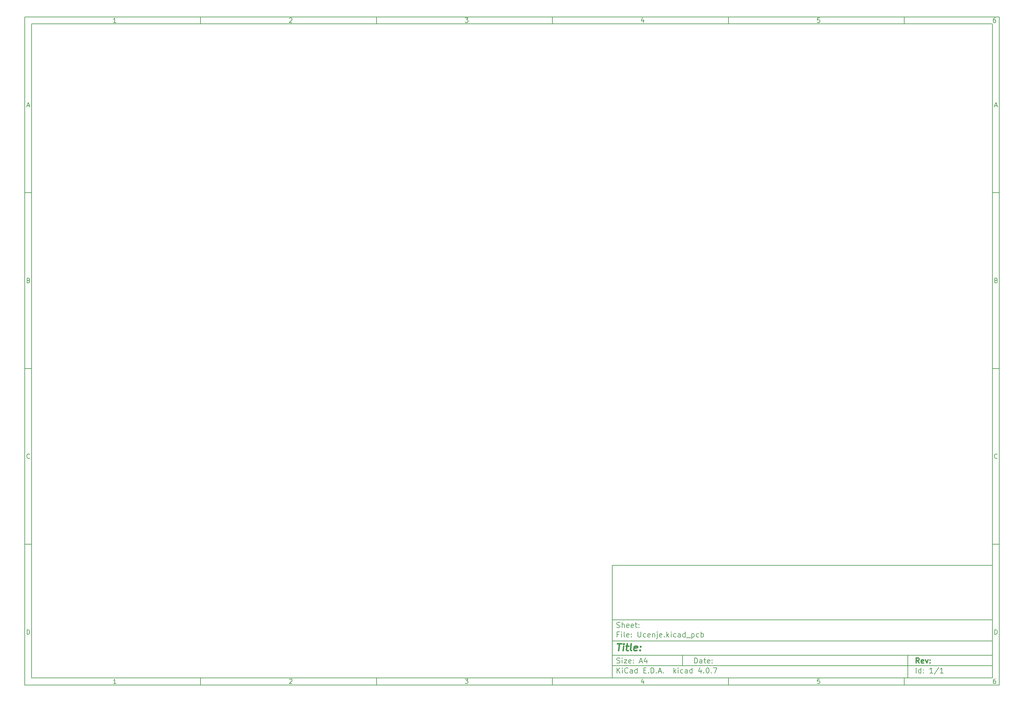
<source format=gbr>
G04 #@! TF.FileFunction,Other,Fab,Bot*
%FSLAX46Y46*%
G04 Gerber Fmt 4.6, Leading zero omitted, Abs format (unit mm)*
G04 Created by KiCad (PCBNEW 4.0.7) date 05/09/18 13:26:44*
%MOMM*%
%LPD*%
G01*
G04 APERTURE LIST*
%ADD10C,0.100000*%
%ADD11C,0.150000*%
%ADD12C,0.300000*%
%ADD13C,0.400000*%
G04 APERTURE END LIST*
D10*
D11*
X177002200Y-166007200D02*
X177002200Y-198007200D01*
X285002200Y-198007200D01*
X285002200Y-166007200D01*
X177002200Y-166007200D01*
D10*
D11*
X10000000Y-10000000D02*
X10000000Y-200007200D01*
X287002200Y-200007200D01*
X287002200Y-10000000D01*
X10000000Y-10000000D01*
D10*
D11*
X12000000Y-12000000D02*
X12000000Y-198007200D01*
X285002200Y-198007200D01*
X285002200Y-12000000D01*
X12000000Y-12000000D01*
D10*
D11*
X60000000Y-12000000D02*
X60000000Y-10000000D01*
D10*
D11*
X110000000Y-12000000D02*
X110000000Y-10000000D01*
D10*
D11*
X160000000Y-12000000D02*
X160000000Y-10000000D01*
D10*
D11*
X210000000Y-12000000D02*
X210000000Y-10000000D01*
D10*
D11*
X260000000Y-12000000D02*
X260000000Y-10000000D01*
D10*
D11*
X35990476Y-11588095D02*
X35247619Y-11588095D01*
X35619048Y-11588095D02*
X35619048Y-10288095D01*
X35495238Y-10473810D01*
X35371429Y-10597619D01*
X35247619Y-10659524D01*
D10*
D11*
X85247619Y-10411905D02*
X85309524Y-10350000D01*
X85433333Y-10288095D01*
X85742857Y-10288095D01*
X85866667Y-10350000D01*
X85928571Y-10411905D01*
X85990476Y-10535714D01*
X85990476Y-10659524D01*
X85928571Y-10845238D01*
X85185714Y-11588095D01*
X85990476Y-11588095D01*
D10*
D11*
X135185714Y-10288095D02*
X135990476Y-10288095D01*
X135557143Y-10783333D01*
X135742857Y-10783333D01*
X135866667Y-10845238D01*
X135928571Y-10907143D01*
X135990476Y-11030952D01*
X135990476Y-11340476D01*
X135928571Y-11464286D01*
X135866667Y-11526190D01*
X135742857Y-11588095D01*
X135371429Y-11588095D01*
X135247619Y-11526190D01*
X135185714Y-11464286D01*
D10*
D11*
X185866667Y-10721429D02*
X185866667Y-11588095D01*
X185557143Y-10226190D02*
X185247619Y-11154762D01*
X186052381Y-11154762D01*
D10*
D11*
X235928571Y-10288095D02*
X235309524Y-10288095D01*
X235247619Y-10907143D01*
X235309524Y-10845238D01*
X235433333Y-10783333D01*
X235742857Y-10783333D01*
X235866667Y-10845238D01*
X235928571Y-10907143D01*
X235990476Y-11030952D01*
X235990476Y-11340476D01*
X235928571Y-11464286D01*
X235866667Y-11526190D01*
X235742857Y-11588095D01*
X235433333Y-11588095D01*
X235309524Y-11526190D01*
X235247619Y-11464286D01*
D10*
D11*
X285866667Y-10288095D02*
X285619048Y-10288095D01*
X285495238Y-10350000D01*
X285433333Y-10411905D01*
X285309524Y-10597619D01*
X285247619Y-10845238D01*
X285247619Y-11340476D01*
X285309524Y-11464286D01*
X285371429Y-11526190D01*
X285495238Y-11588095D01*
X285742857Y-11588095D01*
X285866667Y-11526190D01*
X285928571Y-11464286D01*
X285990476Y-11340476D01*
X285990476Y-11030952D01*
X285928571Y-10907143D01*
X285866667Y-10845238D01*
X285742857Y-10783333D01*
X285495238Y-10783333D01*
X285371429Y-10845238D01*
X285309524Y-10907143D01*
X285247619Y-11030952D01*
D10*
D11*
X60000000Y-198007200D02*
X60000000Y-200007200D01*
D10*
D11*
X110000000Y-198007200D02*
X110000000Y-200007200D01*
D10*
D11*
X160000000Y-198007200D02*
X160000000Y-200007200D01*
D10*
D11*
X210000000Y-198007200D02*
X210000000Y-200007200D01*
D10*
D11*
X260000000Y-198007200D02*
X260000000Y-200007200D01*
D10*
D11*
X35990476Y-199595295D02*
X35247619Y-199595295D01*
X35619048Y-199595295D02*
X35619048Y-198295295D01*
X35495238Y-198481010D01*
X35371429Y-198604819D01*
X35247619Y-198666724D01*
D10*
D11*
X85247619Y-198419105D02*
X85309524Y-198357200D01*
X85433333Y-198295295D01*
X85742857Y-198295295D01*
X85866667Y-198357200D01*
X85928571Y-198419105D01*
X85990476Y-198542914D01*
X85990476Y-198666724D01*
X85928571Y-198852438D01*
X85185714Y-199595295D01*
X85990476Y-199595295D01*
D10*
D11*
X135185714Y-198295295D02*
X135990476Y-198295295D01*
X135557143Y-198790533D01*
X135742857Y-198790533D01*
X135866667Y-198852438D01*
X135928571Y-198914343D01*
X135990476Y-199038152D01*
X135990476Y-199347676D01*
X135928571Y-199471486D01*
X135866667Y-199533390D01*
X135742857Y-199595295D01*
X135371429Y-199595295D01*
X135247619Y-199533390D01*
X135185714Y-199471486D01*
D10*
D11*
X185866667Y-198728629D02*
X185866667Y-199595295D01*
X185557143Y-198233390D02*
X185247619Y-199161962D01*
X186052381Y-199161962D01*
D10*
D11*
X235928571Y-198295295D02*
X235309524Y-198295295D01*
X235247619Y-198914343D01*
X235309524Y-198852438D01*
X235433333Y-198790533D01*
X235742857Y-198790533D01*
X235866667Y-198852438D01*
X235928571Y-198914343D01*
X235990476Y-199038152D01*
X235990476Y-199347676D01*
X235928571Y-199471486D01*
X235866667Y-199533390D01*
X235742857Y-199595295D01*
X235433333Y-199595295D01*
X235309524Y-199533390D01*
X235247619Y-199471486D01*
D10*
D11*
X285866667Y-198295295D02*
X285619048Y-198295295D01*
X285495238Y-198357200D01*
X285433333Y-198419105D01*
X285309524Y-198604819D01*
X285247619Y-198852438D01*
X285247619Y-199347676D01*
X285309524Y-199471486D01*
X285371429Y-199533390D01*
X285495238Y-199595295D01*
X285742857Y-199595295D01*
X285866667Y-199533390D01*
X285928571Y-199471486D01*
X285990476Y-199347676D01*
X285990476Y-199038152D01*
X285928571Y-198914343D01*
X285866667Y-198852438D01*
X285742857Y-198790533D01*
X285495238Y-198790533D01*
X285371429Y-198852438D01*
X285309524Y-198914343D01*
X285247619Y-199038152D01*
D10*
D11*
X10000000Y-60000000D02*
X12000000Y-60000000D01*
D10*
D11*
X10000000Y-110000000D02*
X12000000Y-110000000D01*
D10*
D11*
X10000000Y-160000000D02*
X12000000Y-160000000D01*
D10*
D11*
X10690476Y-35216667D02*
X11309524Y-35216667D01*
X10566667Y-35588095D02*
X11000000Y-34288095D01*
X11433333Y-35588095D01*
D10*
D11*
X11092857Y-84907143D02*
X11278571Y-84969048D01*
X11340476Y-85030952D01*
X11402381Y-85154762D01*
X11402381Y-85340476D01*
X11340476Y-85464286D01*
X11278571Y-85526190D01*
X11154762Y-85588095D01*
X10659524Y-85588095D01*
X10659524Y-84288095D01*
X11092857Y-84288095D01*
X11216667Y-84350000D01*
X11278571Y-84411905D01*
X11340476Y-84535714D01*
X11340476Y-84659524D01*
X11278571Y-84783333D01*
X11216667Y-84845238D01*
X11092857Y-84907143D01*
X10659524Y-84907143D01*
D10*
D11*
X11402381Y-135464286D02*
X11340476Y-135526190D01*
X11154762Y-135588095D01*
X11030952Y-135588095D01*
X10845238Y-135526190D01*
X10721429Y-135402381D01*
X10659524Y-135278571D01*
X10597619Y-135030952D01*
X10597619Y-134845238D01*
X10659524Y-134597619D01*
X10721429Y-134473810D01*
X10845238Y-134350000D01*
X11030952Y-134288095D01*
X11154762Y-134288095D01*
X11340476Y-134350000D01*
X11402381Y-134411905D01*
D10*
D11*
X10659524Y-185588095D02*
X10659524Y-184288095D01*
X10969048Y-184288095D01*
X11154762Y-184350000D01*
X11278571Y-184473810D01*
X11340476Y-184597619D01*
X11402381Y-184845238D01*
X11402381Y-185030952D01*
X11340476Y-185278571D01*
X11278571Y-185402381D01*
X11154762Y-185526190D01*
X10969048Y-185588095D01*
X10659524Y-185588095D01*
D10*
D11*
X287002200Y-60000000D02*
X285002200Y-60000000D01*
D10*
D11*
X287002200Y-110000000D02*
X285002200Y-110000000D01*
D10*
D11*
X287002200Y-160000000D02*
X285002200Y-160000000D01*
D10*
D11*
X285692676Y-35216667D02*
X286311724Y-35216667D01*
X285568867Y-35588095D02*
X286002200Y-34288095D01*
X286435533Y-35588095D01*
D10*
D11*
X286095057Y-84907143D02*
X286280771Y-84969048D01*
X286342676Y-85030952D01*
X286404581Y-85154762D01*
X286404581Y-85340476D01*
X286342676Y-85464286D01*
X286280771Y-85526190D01*
X286156962Y-85588095D01*
X285661724Y-85588095D01*
X285661724Y-84288095D01*
X286095057Y-84288095D01*
X286218867Y-84350000D01*
X286280771Y-84411905D01*
X286342676Y-84535714D01*
X286342676Y-84659524D01*
X286280771Y-84783333D01*
X286218867Y-84845238D01*
X286095057Y-84907143D01*
X285661724Y-84907143D01*
D10*
D11*
X286404581Y-135464286D02*
X286342676Y-135526190D01*
X286156962Y-135588095D01*
X286033152Y-135588095D01*
X285847438Y-135526190D01*
X285723629Y-135402381D01*
X285661724Y-135278571D01*
X285599819Y-135030952D01*
X285599819Y-134845238D01*
X285661724Y-134597619D01*
X285723629Y-134473810D01*
X285847438Y-134350000D01*
X286033152Y-134288095D01*
X286156962Y-134288095D01*
X286342676Y-134350000D01*
X286404581Y-134411905D01*
D10*
D11*
X285661724Y-185588095D02*
X285661724Y-184288095D01*
X285971248Y-184288095D01*
X286156962Y-184350000D01*
X286280771Y-184473810D01*
X286342676Y-184597619D01*
X286404581Y-184845238D01*
X286404581Y-185030952D01*
X286342676Y-185278571D01*
X286280771Y-185402381D01*
X286156962Y-185526190D01*
X285971248Y-185588095D01*
X285661724Y-185588095D01*
D10*
D11*
X200359343Y-193785771D02*
X200359343Y-192285771D01*
X200716486Y-192285771D01*
X200930771Y-192357200D01*
X201073629Y-192500057D01*
X201145057Y-192642914D01*
X201216486Y-192928629D01*
X201216486Y-193142914D01*
X201145057Y-193428629D01*
X201073629Y-193571486D01*
X200930771Y-193714343D01*
X200716486Y-193785771D01*
X200359343Y-193785771D01*
X202502200Y-193785771D02*
X202502200Y-193000057D01*
X202430771Y-192857200D01*
X202287914Y-192785771D01*
X202002200Y-192785771D01*
X201859343Y-192857200D01*
X202502200Y-193714343D02*
X202359343Y-193785771D01*
X202002200Y-193785771D01*
X201859343Y-193714343D01*
X201787914Y-193571486D01*
X201787914Y-193428629D01*
X201859343Y-193285771D01*
X202002200Y-193214343D01*
X202359343Y-193214343D01*
X202502200Y-193142914D01*
X203002200Y-192785771D02*
X203573629Y-192785771D01*
X203216486Y-192285771D02*
X203216486Y-193571486D01*
X203287914Y-193714343D01*
X203430772Y-193785771D01*
X203573629Y-193785771D01*
X204645057Y-193714343D02*
X204502200Y-193785771D01*
X204216486Y-193785771D01*
X204073629Y-193714343D01*
X204002200Y-193571486D01*
X204002200Y-193000057D01*
X204073629Y-192857200D01*
X204216486Y-192785771D01*
X204502200Y-192785771D01*
X204645057Y-192857200D01*
X204716486Y-193000057D01*
X204716486Y-193142914D01*
X204002200Y-193285771D01*
X205359343Y-193642914D02*
X205430771Y-193714343D01*
X205359343Y-193785771D01*
X205287914Y-193714343D01*
X205359343Y-193642914D01*
X205359343Y-193785771D01*
X205359343Y-192857200D02*
X205430771Y-192928629D01*
X205359343Y-193000057D01*
X205287914Y-192928629D01*
X205359343Y-192857200D01*
X205359343Y-193000057D01*
D10*
D11*
X177002200Y-194507200D02*
X285002200Y-194507200D01*
D10*
D11*
X178359343Y-196585771D02*
X178359343Y-195085771D01*
X179216486Y-196585771D02*
X178573629Y-195728629D01*
X179216486Y-195085771D02*
X178359343Y-195942914D01*
X179859343Y-196585771D02*
X179859343Y-195585771D01*
X179859343Y-195085771D02*
X179787914Y-195157200D01*
X179859343Y-195228629D01*
X179930771Y-195157200D01*
X179859343Y-195085771D01*
X179859343Y-195228629D01*
X181430772Y-196442914D02*
X181359343Y-196514343D01*
X181145057Y-196585771D01*
X181002200Y-196585771D01*
X180787915Y-196514343D01*
X180645057Y-196371486D01*
X180573629Y-196228629D01*
X180502200Y-195942914D01*
X180502200Y-195728629D01*
X180573629Y-195442914D01*
X180645057Y-195300057D01*
X180787915Y-195157200D01*
X181002200Y-195085771D01*
X181145057Y-195085771D01*
X181359343Y-195157200D01*
X181430772Y-195228629D01*
X182716486Y-196585771D02*
X182716486Y-195800057D01*
X182645057Y-195657200D01*
X182502200Y-195585771D01*
X182216486Y-195585771D01*
X182073629Y-195657200D01*
X182716486Y-196514343D02*
X182573629Y-196585771D01*
X182216486Y-196585771D01*
X182073629Y-196514343D01*
X182002200Y-196371486D01*
X182002200Y-196228629D01*
X182073629Y-196085771D01*
X182216486Y-196014343D01*
X182573629Y-196014343D01*
X182716486Y-195942914D01*
X184073629Y-196585771D02*
X184073629Y-195085771D01*
X184073629Y-196514343D02*
X183930772Y-196585771D01*
X183645058Y-196585771D01*
X183502200Y-196514343D01*
X183430772Y-196442914D01*
X183359343Y-196300057D01*
X183359343Y-195871486D01*
X183430772Y-195728629D01*
X183502200Y-195657200D01*
X183645058Y-195585771D01*
X183930772Y-195585771D01*
X184073629Y-195657200D01*
X185930772Y-195800057D02*
X186430772Y-195800057D01*
X186645058Y-196585771D02*
X185930772Y-196585771D01*
X185930772Y-195085771D01*
X186645058Y-195085771D01*
X187287915Y-196442914D02*
X187359343Y-196514343D01*
X187287915Y-196585771D01*
X187216486Y-196514343D01*
X187287915Y-196442914D01*
X187287915Y-196585771D01*
X188002201Y-196585771D02*
X188002201Y-195085771D01*
X188359344Y-195085771D01*
X188573629Y-195157200D01*
X188716487Y-195300057D01*
X188787915Y-195442914D01*
X188859344Y-195728629D01*
X188859344Y-195942914D01*
X188787915Y-196228629D01*
X188716487Y-196371486D01*
X188573629Y-196514343D01*
X188359344Y-196585771D01*
X188002201Y-196585771D01*
X189502201Y-196442914D02*
X189573629Y-196514343D01*
X189502201Y-196585771D01*
X189430772Y-196514343D01*
X189502201Y-196442914D01*
X189502201Y-196585771D01*
X190145058Y-196157200D02*
X190859344Y-196157200D01*
X190002201Y-196585771D02*
X190502201Y-195085771D01*
X191002201Y-196585771D01*
X191502201Y-196442914D02*
X191573629Y-196514343D01*
X191502201Y-196585771D01*
X191430772Y-196514343D01*
X191502201Y-196442914D01*
X191502201Y-196585771D01*
X194502201Y-196585771D02*
X194502201Y-195085771D01*
X194645058Y-196014343D02*
X195073629Y-196585771D01*
X195073629Y-195585771D02*
X194502201Y-196157200D01*
X195716487Y-196585771D02*
X195716487Y-195585771D01*
X195716487Y-195085771D02*
X195645058Y-195157200D01*
X195716487Y-195228629D01*
X195787915Y-195157200D01*
X195716487Y-195085771D01*
X195716487Y-195228629D01*
X197073630Y-196514343D02*
X196930773Y-196585771D01*
X196645059Y-196585771D01*
X196502201Y-196514343D01*
X196430773Y-196442914D01*
X196359344Y-196300057D01*
X196359344Y-195871486D01*
X196430773Y-195728629D01*
X196502201Y-195657200D01*
X196645059Y-195585771D01*
X196930773Y-195585771D01*
X197073630Y-195657200D01*
X198359344Y-196585771D02*
X198359344Y-195800057D01*
X198287915Y-195657200D01*
X198145058Y-195585771D01*
X197859344Y-195585771D01*
X197716487Y-195657200D01*
X198359344Y-196514343D02*
X198216487Y-196585771D01*
X197859344Y-196585771D01*
X197716487Y-196514343D01*
X197645058Y-196371486D01*
X197645058Y-196228629D01*
X197716487Y-196085771D01*
X197859344Y-196014343D01*
X198216487Y-196014343D01*
X198359344Y-195942914D01*
X199716487Y-196585771D02*
X199716487Y-195085771D01*
X199716487Y-196514343D02*
X199573630Y-196585771D01*
X199287916Y-196585771D01*
X199145058Y-196514343D01*
X199073630Y-196442914D01*
X199002201Y-196300057D01*
X199002201Y-195871486D01*
X199073630Y-195728629D01*
X199145058Y-195657200D01*
X199287916Y-195585771D01*
X199573630Y-195585771D01*
X199716487Y-195657200D01*
X202216487Y-195585771D02*
X202216487Y-196585771D01*
X201859344Y-195014343D02*
X201502201Y-196085771D01*
X202430773Y-196085771D01*
X203002201Y-196442914D02*
X203073629Y-196514343D01*
X203002201Y-196585771D01*
X202930772Y-196514343D01*
X203002201Y-196442914D01*
X203002201Y-196585771D01*
X204002201Y-195085771D02*
X204145058Y-195085771D01*
X204287915Y-195157200D01*
X204359344Y-195228629D01*
X204430773Y-195371486D01*
X204502201Y-195657200D01*
X204502201Y-196014343D01*
X204430773Y-196300057D01*
X204359344Y-196442914D01*
X204287915Y-196514343D01*
X204145058Y-196585771D01*
X204002201Y-196585771D01*
X203859344Y-196514343D01*
X203787915Y-196442914D01*
X203716487Y-196300057D01*
X203645058Y-196014343D01*
X203645058Y-195657200D01*
X203716487Y-195371486D01*
X203787915Y-195228629D01*
X203859344Y-195157200D01*
X204002201Y-195085771D01*
X205145058Y-196442914D02*
X205216486Y-196514343D01*
X205145058Y-196585771D01*
X205073629Y-196514343D01*
X205145058Y-196442914D01*
X205145058Y-196585771D01*
X205716487Y-195085771D02*
X206716487Y-195085771D01*
X206073630Y-196585771D01*
D10*
D11*
X177002200Y-191507200D02*
X285002200Y-191507200D01*
D10*
D12*
X264216486Y-193785771D02*
X263716486Y-193071486D01*
X263359343Y-193785771D02*
X263359343Y-192285771D01*
X263930771Y-192285771D01*
X264073629Y-192357200D01*
X264145057Y-192428629D01*
X264216486Y-192571486D01*
X264216486Y-192785771D01*
X264145057Y-192928629D01*
X264073629Y-193000057D01*
X263930771Y-193071486D01*
X263359343Y-193071486D01*
X265430771Y-193714343D02*
X265287914Y-193785771D01*
X265002200Y-193785771D01*
X264859343Y-193714343D01*
X264787914Y-193571486D01*
X264787914Y-193000057D01*
X264859343Y-192857200D01*
X265002200Y-192785771D01*
X265287914Y-192785771D01*
X265430771Y-192857200D01*
X265502200Y-193000057D01*
X265502200Y-193142914D01*
X264787914Y-193285771D01*
X266002200Y-192785771D02*
X266359343Y-193785771D01*
X266716485Y-192785771D01*
X267287914Y-193642914D02*
X267359342Y-193714343D01*
X267287914Y-193785771D01*
X267216485Y-193714343D01*
X267287914Y-193642914D01*
X267287914Y-193785771D01*
X267287914Y-192857200D02*
X267359342Y-192928629D01*
X267287914Y-193000057D01*
X267216485Y-192928629D01*
X267287914Y-192857200D01*
X267287914Y-193000057D01*
D10*
D11*
X178287914Y-193714343D02*
X178502200Y-193785771D01*
X178859343Y-193785771D01*
X179002200Y-193714343D01*
X179073629Y-193642914D01*
X179145057Y-193500057D01*
X179145057Y-193357200D01*
X179073629Y-193214343D01*
X179002200Y-193142914D01*
X178859343Y-193071486D01*
X178573629Y-193000057D01*
X178430771Y-192928629D01*
X178359343Y-192857200D01*
X178287914Y-192714343D01*
X178287914Y-192571486D01*
X178359343Y-192428629D01*
X178430771Y-192357200D01*
X178573629Y-192285771D01*
X178930771Y-192285771D01*
X179145057Y-192357200D01*
X179787914Y-193785771D02*
X179787914Y-192785771D01*
X179787914Y-192285771D02*
X179716485Y-192357200D01*
X179787914Y-192428629D01*
X179859342Y-192357200D01*
X179787914Y-192285771D01*
X179787914Y-192428629D01*
X180359343Y-192785771D02*
X181145057Y-192785771D01*
X180359343Y-193785771D01*
X181145057Y-193785771D01*
X182287914Y-193714343D02*
X182145057Y-193785771D01*
X181859343Y-193785771D01*
X181716486Y-193714343D01*
X181645057Y-193571486D01*
X181645057Y-193000057D01*
X181716486Y-192857200D01*
X181859343Y-192785771D01*
X182145057Y-192785771D01*
X182287914Y-192857200D01*
X182359343Y-193000057D01*
X182359343Y-193142914D01*
X181645057Y-193285771D01*
X183002200Y-193642914D02*
X183073628Y-193714343D01*
X183002200Y-193785771D01*
X182930771Y-193714343D01*
X183002200Y-193642914D01*
X183002200Y-193785771D01*
X183002200Y-192857200D02*
X183073628Y-192928629D01*
X183002200Y-193000057D01*
X182930771Y-192928629D01*
X183002200Y-192857200D01*
X183002200Y-193000057D01*
X184787914Y-193357200D02*
X185502200Y-193357200D01*
X184645057Y-193785771D02*
X185145057Y-192285771D01*
X185645057Y-193785771D01*
X186787914Y-192785771D02*
X186787914Y-193785771D01*
X186430771Y-192214343D02*
X186073628Y-193285771D01*
X187002200Y-193285771D01*
D10*
D11*
X263359343Y-196585771D02*
X263359343Y-195085771D01*
X264716486Y-196585771D02*
X264716486Y-195085771D01*
X264716486Y-196514343D02*
X264573629Y-196585771D01*
X264287915Y-196585771D01*
X264145057Y-196514343D01*
X264073629Y-196442914D01*
X264002200Y-196300057D01*
X264002200Y-195871486D01*
X264073629Y-195728629D01*
X264145057Y-195657200D01*
X264287915Y-195585771D01*
X264573629Y-195585771D01*
X264716486Y-195657200D01*
X265430772Y-196442914D02*
X265502200Y-196514343D01*
X265430772Y-196585771D01*
X265359343Y-196514343D01*
X265430772Y-196442914D01*
X265430772Y-196585771D01*
X265430772Y-195657200D02*
X265502200Y-195728629D01*
X265430772Y-195800057D01*
X265359343Y-195728629D01*
X265430772Y-195657200D01*
X265430772Y-195800057D01*
X268073629Y-196585771D02*
X267216486Y-196585771D01*
X267645058Y-196585771D02*
X267645058Y-195085771D01*
X267502201Y-195300057D01*
X267359343Y-195442914D01*
X267216486Y-195514343D01*
X269787914Y-195014343D02*
X268502200Y-196942914D01*
X271073629Y-196585771D02*
X270216486Y-196585771D01*
X270645058Y-196585771D02*
X270645058Y-195085771D01*
X270502201Y-195300057D01*
X270359343Y-195442914D01*
X270216486Y-195514343D01*
D10*
D11*
X177002200Y-187507200D02*
X285002200Y-187507200D01*
D10*
D13*
X178454581Y-188211962D02*
X179597438Y-188211962D01*
X178776010Y-190211962D02*
X179026010Y-188211962D01*
X180014105Y-190211962D02*
X180180771Y-188878629D01*
X180264105Y-188211962D02*
X180156962Y-188307200D01*
X180240295Y-188402438D01*
X180347439Y-188307200D01*
X180264105Y-188211962D01*
X180240295Y-188402438D01*
X180847438Y-188878629D02*
X181609343Y-188878629D01*
X181216486Y-188211962D02*
X181002200Y-189926248D01*
X181073630Y-190116724D01*
X181252201Y-190211962D01*
X181442677Y-190211962D01*
X182395058Y-190211962D02*
X182216487Y-190116724D01*
X182145057Y-189926248D01*
X182359343Y-188211962D01*
X183930772Y-190116724D02*
X183728391Y-190211962D01*
X183347439Y-190211962D01*
X183168867Y-190116724D01*
X183097438Y-189926248D01*
X183192676Y-189164343D01*
X183311724Y-188973867D01*
X183514105Y-188878629D01*
X183895057Y-188878629D01*
X184073629Y-188973867D01*
X184145057Y-189164343D01*
X184121248Y-189354819D01*
X183145057Y-189545295D01*
X184895057Y-190021486D02*
X184978392Y-190116724D01*
X184871248Y-190211962D01*
X184787915Y-190116724D01*
X184895057Y-190021486D01*
X184871248Y-190211962D01*
X185026010Y-188973867D02*
X185109344Y-189069105D01*
X185002200Y-189164343D01*
X184918867Y-189069105D01*
X185026010Y-188973867D01*
X185002200Y-189164343D01*
D10*
D11*
X178859343Y-185600057D02*
X178359343Y-185600057D01*
X178359343Y-186385771D02*
X178359343Y-184885771D01*
X179073629Y-184885771D01*
X179645057Y-186385771D02*
X179645057Y-185385771D01*
X179645057Y-184885771D02*
X179573628Y-184957200D01*
X179645057Y-185028629D01*
X179716485Y-184957200D01*
X179645057Y-184885771D01*
X179645057Y-185028629D01*
X180573629Y-186385771D02*
X180430771Y-186314343D01*
X180359343Y-186171486D01*
X180359343Y-184885771D01*
X181716485Y-186314343D02*
X181573628Y-186385771D01*
X181287914Y-186385771D01*
X181145057Y-186314343D01*
X181073628Y-186171486D01*
X181073628Y-185600057D01*
X181145057Y-185457200D01*
X181287914Y-185385771D01*
X181573628Y-185385771D01*
X181716485Y-185457200D01*
X181787914Y-185600057D01*
X181787914Y-185742914D01*
X181073628Y-185885771D01*
X182430771Y-186242914D02*
X182502199Y-186314343D01*
X182430771Y-186385771D01*
X182359342Y-186314343D01*
X182430771Y-186242914D01*
X182430771Y-186385771D01*
X182430771Y-185457200D02*
X182502199Y-185528629D01*
X182430771Y-185600057D01*
X182359342Y-185528629D01*
X182430771Y-185457200D01*
X182430771Y-185600057D01*
X184287914Y-184885771D02*
X184287914Y-186100057D01*
X184359342Y-186242914D01*
X184430771Y-186314343D01*
X184573628Y-186385771D01*
X184859342Y-186385771D01*
X185002200Y-186314343D01*
X185073628Y-186242914D01*
X185145057Y-186100057D01*
X185145057Y-184885771D01*
X186502200Y-186314343D02*
X186359343Y-186385771D01*
X186073629Y-186385771D01*
X185930771Y-186314343D01*
X185859343Y-186242914D01*
X185787914Y-186100057D01*
X185787914Y-185671486D01*
X185859343Y-185528629D01*
X185930771Y-185457200D01*
X186073629Y-185385771D01*
X186359343Y-185385771D01*
X186502200Y-185457200D01*
X187716485Y-186314343D02*
X187573628Y-186385771D01*
X187287914Y-186385771D01*
X187145057Y-186314343D01*
X187073628Y-186171486D01*
X187073628Y-185600057D01*
X187145057Y-185457200D01*
X187287914Y-185385771D01*
X187573628Y-185385771D01*
X187716485Y-185457200D01*
X187787914Y-185600057D01*
X187787914Y-185742914D01*
X187073628Y-185885771D01*
X188430771Y-185385771D02*
X188430771Y-186385771D01*
X188430771Y-185528629D02*
X188502199Y-185457200D01*
X188645057Y-185385771D01*
X188859342Y-185385771D01*
X189002199Y-185457200D01*
X189073628Y-185600057D01*
X189073628Y-186385771D01*
X189787914Y-185385771D02*
X189787914Y-186671486D01*
X189716485Y-186814343D01*
X189573628Y-186885771D01*
X189502200Y-186885771D01*
X189787914Y-184885771D02*
X189716485Y-184957200D01*
X189787914Y-185028629D01*
X189859342Y-184957200D01*
X189787914Y-184885771D01*
X189787914Y-185028629D01*
X191073628Y-186314343D02*
X190930771Y-186385771D01*
X190645057Y-186385771D01*
X190502200Y-186314343D01*
X190430771Y-186171486D01*
X190430771Y-185600057D01*
X190502200Y-185457200D01*
X190645057Y-185385771D01*
X190930771Y-185385771D01*
X191073628Y-185457200D01*
X191145057Y-185600057D01*
X191145057Y-185742914D01*
X190430771Y-185885771D01*
X191787914Y-186242914D02*
X191859342Y-186314343D01*
X191787914Y-186385771D01*
X191716485Y-186314343D01*
X191787914Y-186242914D01*
X191787914Y-186385771D01*
X192502200Y-186385771D02*
X192502200Y-184885771D01*
X192645057Y-185814343D02*
X193073628Y-186385771D01*
X193073628Y-185385771D02*
X192502200Y-185957200D01*
X193716486Y-186385771D02*
X193716486Y-185385771D01*
X193716486Y-184885771D02*
X193645057Y-184957200D01*
X193716486Y-185028629D01*
X193787914Y-184957200D01*
X193716486Y-184885771D01*
X193716486Y-185028629D01*
X195073629Y-186314343D02*
X194930772Y-186385771D01*
X194645058Y-186385771D01*
X194502200Y-186314343D01*
X194430772Y-186242914D01*
X194359343Y-186100057D01*
X194359343Y-185671486D01*
X194430772Y-185528629D01*
X194502200Y-185457200D01*
X194645058Y-185385771D01*
X194930772Y-185385771D01*
X195073629Y-185457200D01*
X196359343Y-186385771D02*
X196359343Y-185600057D01*
X196287914Y-185457200D01*
X196145057Y-185385771D01*
X195859343Y-185385771D01*
X195716486Y-185457200D01*
X196359343Y-186314343D02*
X196216486Y-186385771D01*
X195859343Y-186385771D01*
X195716486Y-186314343D01*
X195645057Y-186171486D01*
X195645057Y-186028629D01*
X195716486Y-185885771D01*
X195859343Y-185814343D01*
X196216486Y-185814343D01*
X196359343Y-185742914D01*
X197716486Y-186385771D02*
X197716486Y-184885771D01*
X197716486Y-186314343D02*
X197573629Y-186385771D01*
X197287915Y-186385771D01*
X197145057Y-186314343D01*
X197073629Y-186242914D01*
X197002200Y-186100057D01*
X197002200Y-185671486D01*
X197073629Y-185528629D01*
X197145057Y-185457200D01*
X197287915Y-185385771D01*
X197573629Y-185385771D01*
X197716486Y-185457200D01*
X198073629Y-186528629D02*
X199216486Y-186528629D01*
X199573629Y-185385771D02*
X199573629Y-186885771D01*
X199573629Y-185457200D02*
X199716486Y-185385771D01*
X200002200Y-185385771D01*
X200145057Y-185457200D01*
X200216486Y-185528629D01*
X200287915Y-185671486D01*
X200287915Y-186100057D01*
X200216486Y-186242914D01*
X200145057Y-186314343D01*
X200002200Y-186385771D01*
X199716486Y-186385771D01*
X199573629Y-186314343D01*
X201573629Y-186314343D02*
X201430772Y-186385771D01*
X201145058Y-186385771D01*
X201002200Y-186314343D01*
X200930772Y-186242914D01*
X200859343Y-186100057D01*
X200859343Y-185671486D01*
X200930772Y-185528629D01*
X201002200Y-185457200D01*
X201145058Y-185385771D01*
X201430772Y-185385771D01*
X201573629Y-185457200D01*
X202216486Y-186385771D02*
X202216486Y-184885771D01*
X202216486Y-185457200D02*
X202359343Y-185385771D01*
X202645057Y-185385771D01*
X202787914Y-185457200D01*
X202859343Y-185528629D01*
X202930772Y-185671486D01*
X202930772Y-186100057D01*
X202859343Y-186242914D01*
X202787914Y-186314343D01*
X202645057Y-186385771D01*
X202359343Y-186385771D01*
X202216486Y-186314343D01*
D10*
D11*
X177002200Y-181507200D02*
X285002200Y-181507200D01*
D10*
D11*
X178287914Y-183614343D02*
X178502200Y-183685771D01*
X178859343Y-183685771D01*
X179002200Y-183614343D01*
X179073629Y-183542914D01*
X179145057Y-183400057D01*
X179145057Y-183257200D01*
X179073629Y-183114343D01*
X179002200Y-183042914D01*
X178859343Y-182971486D01*
X178573629Y-182900057D01*
X178430771Y-182828629D01*
X178359343Y-182757200D01*
X178287914Y-182614343D01*
X178287914Y-182471486D01*
X178359343Y-182328629D01*
X178430771Y-182257200D01*
X178573629Y-182185771D01*
X178930771Y-182185771D01*
X179145057Y-182257200D01*
X179787914Y-183685771D02*
X179787914Y-182185771D01*
X180430771Y-183685771D02*
X180430771Y-182900057D01*
X180359342Y-182757200D01*
X180216485Y-182685771D01*
X180002200Y-182685771D01*
X179859342Y-182757200D01*
X179787914Y-182828629D01*
X181716485Y-183614343D02*
X181573628Y-183685771D01*
X181287914Y-183685771D01*
X181145057Y-183614343D01*
X181073628Y-183471486D01*
X181073628Y-182900057D01*
X181145057Y-182757200D01*
X181287914Y-182685771D01*
X181573628Y-182685771D01*
X181716485Y-182757200D01*
X181787914Y-182900057D01*
X181787914Y-183042914D01*
X181073628Y-183185771D01*
X183002199Y-183614343D02*
X182859342Y-183685771D01*
X182573628Y-183685771D01*
X182430771Y-183614343D01*
X182359342Y-183471486D01*
X182359342Y-182900057D01*
X182430771Y-182757200D01*
X182573628Y-182685771D01*
X182859342Y-182685771D01*
X183002199Y-182757200D01*
X183073628Y-182900057D01*
X183073628Y-183042914D01*
X182359342Y-183185771D01*
X183502199Y-182685771D02*
X184073628Y-182685771D01*
X183716485Y-182185771D02*
X183716485Y-183471486D01*
X183787913Y-183614343D01*
X183930771Y-183685771D01*
X184073628Y-183685771D01*
X184573628Y-183542914D02*
X184645056Y-183614343D01*
X184573628Y-183685771D01*
X184502199Y-183614343D01*
X184573628Y-183542914D01*
X184573628Y-183685771D01*
X184573628Y-182757200D02*
X184645056Y-182828629D01*
X184573628Y-182900057D01*
X184502199Y-182828629D01*
X184573628Y-182757200D01*
X184573628Y-182900057D01*
D10*
D11*
X197002200Y-191507200D02*
X197002200Y-194507200D01*
D10*
D11*
X261002200Y-191507200D02*
X261002200Y-198007200D01*
M02*

</source>
